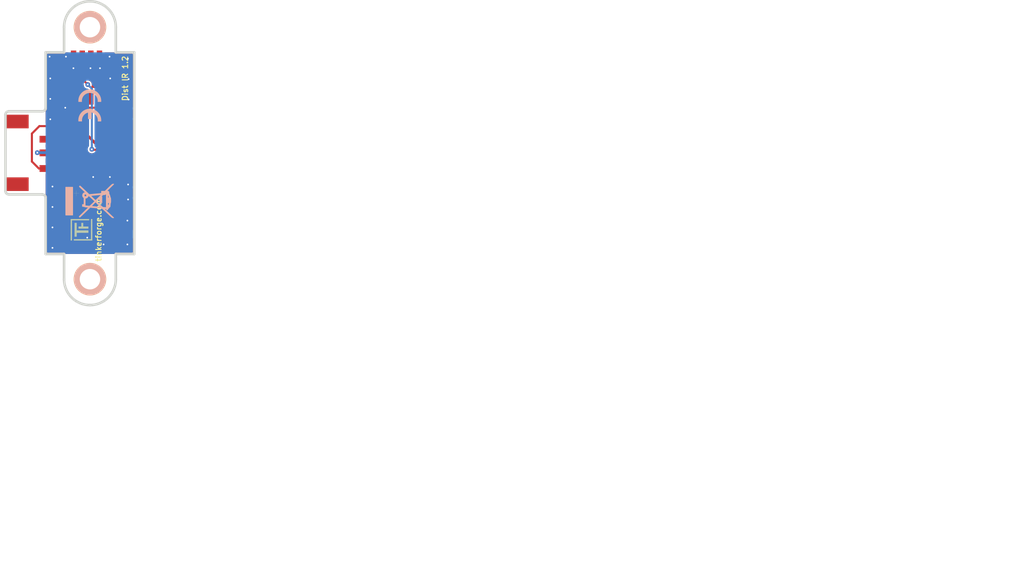
<source format=kicad_pcb>
(kicad_pcb (version 20221018) (generator pcbnew)
  (title_block (title "Dist-IR Bricklet") (date "2016-03-04") (rev "1.2") (company "Tinkerforge GmbH") (comment 1 "Licensed under CERN OHL v.1.1") (comment 2 "Copyright (©) 2016, B.Nordmeyer <bastian@tinkerforge.com>"))
  (layers (0 "F.Cu" jumper "Vorderseite") (31 "B.Cu" signal "Rückseite") (34 "B.Paste" user) (35 "F.Paste" user) (36 "B.SilkS" user "B.Silkscreen") (37 "F.SilkS" user "F.Silkscreen") (38 "B.Mask" user) (39 "F.Mask" user) (44 "Edge.Cuts" user))
  (net 0 "")
  (net 1 "GND")
  (net 2 "IN_1")
  (net 3 "SCL")
  (net 4 "SDA")
  (net 5 "VCC")
  (net 6 "Net-(C2-Pad1)")
  (net 7 "Net-(P1-Pad6)")
  (net 8 "Net-(K1-Pad3)")
  (net 9 "Net-(P1-Pad8)")
  (net 10 "Net-(P1-Pad9)")
  (net 11 "Net-(P1-Pad10)")
  (net 12 "Net-(U1-Pad7)")
  (footprint "kicad-libraries:S3B-PH-SM4" (layer "F.Cu") (at 132.025 101.925 90)
    (fp_text reference "K1")
    (fp_text value "S3B-PH-SM4")
    (pad "" smd rect (at -4.6 1.7 90) (size 2 3.4) (layers "F.Cu" "F.Paste" "F.Mask"))
    (pad "" smd rect (at 4.6 1.7 90) (size 2 3.4) (layers "F.Cu" "F.Paste" "F.Mask"))
    (pad "1" smd rect (at 2 8 90) (size 1 6) (layers "F.Cu" "F.Paste" "F.Mask") (net 6 "Net-(C2-Pad1)"))
    (pad "2" smd rect (at 0 8 90) (size 1 6) (layers "F.Cu" "F.Paste" "F.Mask") (net 1 "GND"))
    (pad "3" smd rect (at -2.3 8 90) (size 1 6) (layers "F.Cu" "F.Paste" "F.Mask") (net 8 "Net-(K1-Pad3)"))
  )
  (footprint "kicad-libraries:SO-8" (layer "F.Cu") (at 143.92148 90.87358 180)
    (fp_text reference "U1")
    (fp_text value "M24C64")
    (pad "1" smd rect (at -1.90246 2.86766) (size 0.79756 2.19964) (layers "F.Cu" "F.Paste" "F.Mask") (net 1 "GND"))
    (pad "2" smd rect (at -0.63246 2.86766) (size 0.79756 2.19964) (layers "F.Cu" "F.Paste" "F.Mask") (net 1 "GND"))
    (pad "3" smd rect (at 0.63246 2.86766) (size 0.79756 2.19964) (layers "F.Cu" "F.Paste" "F.Mask") (net 7 "Net-(P1-Pad6)"))
    (pad "4" smd rect (at 1.90246 2.86766) (size 0.79756 2.19964) (layers "F.Cu" "F.Paste" "F.Mask") (net 1 "GND"))
    (pad "5" smd rect (at 1.90246 -2.86766 180) (size 0.79756 2.19964) (layers "F.Cu" "F.Paste" "F.Mask") (net 4 "SDA"))
    (pad "6" smd rect (at 0.63246 -2.86766 180) (size 0.79756 2.19964) (layers "F.Cu" "F.Paste" "F.Mask") (net 3 "SCL"))
    (pad "7" smd rect (at -0.63246 -2.86766 180) (size 0.79756 2.19964) (layers "F.Cu" "F.Paste" "F.Mask") (net 12 "Net-(U1-Pad7)"))
    (pad "8" smd rect (at -1.90246 -2.86766 180) (size 0.79756 2.19964) (layers "F.Cu" "F.Paste" "F.Mask") (net 5 "VCC"))
  )
  (footprint "kicad-libraries:Logo_31x31" (layer "F.Cu") (at 141.6 114.8 90)
    (fp_text reference "Ref**" hide)
    (fp_text value "Val**" hide)
  )
  (footprint "kicad-libraries:Fiducial_Mark" (layer "F.Cu") (at 139.42822 89.37498)
    (fp_text reference "Fiducial_Mark" hide)
    (fp_text value "VAL**" hide)
    (pad "1" smd circle (at 0 0) (size 1.00076 1.00076) (layers "F.Cu" "F.Paste" "F.Mask") (clearance 0.65024))
  )
  (footprint "kicad-libraries:Fiducial_Mark" (layer "F.Cu") (at 149.52726 113.87582)
    (fp_text reference "Fiducial_Mark" hide)
    (fp_text value "VAL**" hide)
    (pad "1" smd circle (at 0 0) (size 1.00076 1.00076) (layers "F.Cu" "F.Paste" "F.Mask") (clearance 0.65024))
  )
  (footprint "kicad-libraries:C0603E" (layer "F.Cu") (at 147.4 92.9 -90)
    (fp_text reference "C1")
    (fp_text value "100nF")
    (pad "1" smd rect (at -0.8501 0 270) (size 1.1 1) (layers "F.Cu" "F.Paste" "F.Mask") (net 1 "GND"))
    (pad "2" smd rect (at 0.8501 0 270) (size 1.1 1) (layers "F.Cu" "F.Paste" "F.Mask") (net 5 "VCC"))
  )
  (footprint "kicad-libraries:3528-21" (layer "F.Cu") (at 142.42796 109.27334 -90)
    (fp_text reference "C2")
    (fp_text value "100µF/10V")
    (pad "1" smd rect (at -1.40048 0 270) (size 1.59954 2.79908) (layers "F.Cu" "F.Paste" "F.Mask") (net 6 "Net-(C2-Pad1)") (clearance 0.14986))
    (pad "2" smd rect (at 1.40048 0 270) (size 1.59954 2.79908) (layers "F.Cu" "F.Paste" "F.Mask") (net 1 "GND") (clearance 0.14986))
  )
  (footprint "kicad-libraries:CON-SENSOR" (layer "F.Cu") (at 150.92172 101.97338 90)
    (fp_text reference "P1")
    (fp_text value "CON-SENSOR")
    (pad "1" smd rect (at -4.50088 -4.7752 90) (size 0.59944 1.5494) (layers "F.Cu" "F.Paste" "F.Mask") (net 6 "Net-(C2-Pad1)"))
    (pad "2" smd rect (at -3.50012 -4.7752 90) (size 0.59944 1.5494) (layers "F.Cu" "F.Paste" "F.Mask") (net 1 "GND"))
    (pad "3" smd rect (at -2.49936 -4.7752 90) (size 0.59944 1.5494) (layers "F.Cu" "F.Paste" "F.Mask") (net 5 "VCC"))
    (pad "4" smd rect (at -1.50114 -4.7752 90) (size 0.59944 1.5494) (layers "F.Cu" "F.Paste" "F.Mask") (net 3 "SCL"))
    (pad "5" smd rect (at -0.50038 -4.7752 90) (size 0.59944 1.5494) (layers "F.Cu" "F.Paste" "F.Mask") (net 4 "SDA"))
    (pad "6" smd rect (at 0.50038 -4.7752 90) (size 0.59944 1.5494) (layers "F.Cu" "F.Paste" "F.Mask") (net 7 "Net-(P1-Pad6)"))
    (pad "7" smd rect (at 1.50114 -4.7752 90) (size 0.59944 1.5494) (layers "F.Cu" "F.Paste" "F.Mask") (net 2 "IN_1"))
    (pad "8" smd rect (at 2.49936 -4.7752 90) (size 0.59944 1.5494) (layers "F.Cu" "F.Paste" "F.Mask") (net 9 "Net-(P1-Pad8)"))
    (pad "9" smd rect (at 3.50012 -4.7752 90) (size 0.59944 1.5494) (layers "F.Cu" "F.Paste" "F.Mask") (net 10 "Net-(P1-Pad9)"))
    (pad "10" smd rect (at 4.50088 -4.7752 90) (size 0.59944 1.5494) (layers "F.Cu" "F.Paste" "F.Mask") (net 11 "Net-(P1-Pad10)"))
    (pad "EP" smd rect (at -5.79882 -0.89916 90) (size 1.19888 1.80086) (layers "F.Cu" "F.Paste" "F.Mask") (net 1 "GND"))
    (pad "EP" smd rect (at 5.79882 -0.89916 90) (size 1.19888 1.80086) (layers "F.Cu" "F.Paste" "F.Mask") (net 1 "GND"))
  )
  (footprint "kicad-libraries:R0603E" (layer "F.Cu") (at 141.7 96.4 180)
    (fp_text reference "R1")
    (fp_text value "DNP")
    (pad "1" smd rect (at -0.8501 0 180) (size 1.1 1) (layers "F.Cu" "F.Paste" "F.Mask") (net 2 "IN_1"))
    (pad "2" smd rect (at 0.8501 0 180) (size 1.1 1) (layers "F.Cu" "F.Paste" "F.Mask") (net 1 "GND"))
  )
  (footprint "kicad-libraries:R0603E" (layer "F.Cu") (at 141.7 98)
    (fp_text reference "R2")
    (fp_text value "1k")
    (pad "1" smd rect (at -0.8501 0) (size 1.1 1) (layers "F.Cu" "F.Paste" "F.Mask") (net 8 "Net-(K1-Pad3)"))
    (pad "2" smd rect (at 0.8501 0) (size 1.1 1) (layers "F.Cu" "F.Paste" "F.Mask") (net 2 "IN_1"))
  )
  (footprint "kicad-libraries:DRILL_NP" (layer "F.Cu") (at 144.425 120.475)
    (fp_text reference "U2" hide)
    (fp_text value "DRILL" hide)
    (pad "" np_thru_hole circle (at 0 0) (size 2.99974 2.99974) (drill 2.99974) (layers "*.Cu" "*.Mask" "F.SilkS") (clearance 0.89916))
  )
  (footprint "kicad-libraries:DRILL_NP" (layer "F.Cu") (at 144.425 83.475)
    (fp_text reference "U3" hide)
    (fp_text value "DRILL" hide)
    (pad "" np_thru_hole circle (at 0 0) (size 2.99974 2.99974) (drill 2.99974) (layers "*.Cu" "*.Mask" "F.SilkS") (clearance 0.89916))
  )
  (footprint "kicad-libraries:WEEE_7mm" (layer "B.Cu") (at 144.4 109 90)
    (fp_text reference "VAL" hide)
    (fp_text value "WEEE_7mm" hide)
  )
  (footprint "kicad-libraries:CE_5mm" (layer "B.Cu") (at 144.4 95 -90)
    (fp_text reference "VAL" hide)
    (fp_text value "CE_5mm" hide)
  )
  (gr_line (start 132.025 96.325) (end 132.025 107.525) (stroke (width 0.381)) (layer "Edge.Cuts"))
  (gr_arc (start 137.925 95.375) (mid 137.743198 95.713909) (end 137.375 95.825) (stroke (width 0.381)) (layer "Edge.Cuts"))
  (gr_line (start 137.925 116.775) (end 137.925 108.525) (stroke (width 0.381)) (layer "Edge.Cuts"))
  (gr_line (start 137.925 87.175) (end 137.925 95.375) (stroke (width 0.381)) (layer "Edge.Cuts"))
  (gr_arc (start 140.625 83.475) (mid 141.737994 80.787994) (end 144.425 79.675) (stroke (width 0.381)) (layer "Edge.Cuts"))
  (gr_line (start 150.925 87.175) (end 148.225 87.175) (stroke (width 0.381)) (layer "Edge.Cuts"))
  (gr_arc (start 132.525 108.025) (mid 132.171447 107.878553) (end 132.025 107.525) (stroke (width 0.381)) (layer "Edge.Cuts"))
  (gr_line (start 140.625 120.475) (end 140.625 116.775) (stroke (width 0.381)) (layer "Edge.Cuts"))
  (gr_line (start 140.625 87.175) (end 137.925 87.175) (stroke (width 0.381)) (layer "Edge.Cuts"))
  (gr_line (start 148.225 120.475) (end 148.225 116.775) (stroke (width 0.381)) (layer "Edge.Cuts"))
  (gr_arc (start 132.025 96.325) (mid 132.171447 95.971447) (end 132.525 95.825) (stroke (width 0.381)) (layer "Edge.Cuts"))
  (gr_line (start 137.375 95.825) (end 132.525 95.825) (stroke (width 0.381)) (layer "Edge.Cuts"))
  (gr_arc (start 137.425 108.025) (mid 137.778553 108.171447) (end 137.925 108.525) (stroke (width 0.381)) (layer "Edge.Cuts"))
  (gr_line (start 148.225 116.775) (end 150.925 116.775) (stroke (width 0.381)) (layer "Edge.Cuts"))
  (gr_line (start 137.925 116.775) (end 140.625 116.775) (stroke (width 0.381)) (layer "Edge.Cuts"))
  (gr_line (start 137.425 108.025) (end 132.525 108.025) (stroke (width 0.381)) (layer "Edge.Cuts"))
  (gr_line (start 150.925 116.775) (end 150.925 87.175) (stroke (width 0.381)) (layer "Edge.Cuts"))
  (gr_line (start 148.225 87.175) (end 148.225 83.475) (stroke (width 0.381)) (layer "Edge.Cuts"))
  (gr_arc (start 144.425 79.675) (mid 147.112006 80.787994) (end 148.225 83.475) (stroke (width 0.381)) (layer "Edge.Cuts"))
  (gr_arc (start 148.225 120.475) (mid 147.112006 123.162006) (end 144.425 124.275) (stroke (width 0.381)) (layer "Edge.Cuts"))
  (gr_line (start 140.625 83.475) (end 140.625 87.175) (stroke (width 0.381)) (layer "Edge.Cuts"))
  (gr_arc (start 144.425 124.275) (mid 141.737994 123.162006) (end 140.625 120.475) (stroke (width 0.381)) (layer "Edge.Cuts"))
  (gr_text "tinkerforge.com" (at 145.7 113.2 90) (layer "F.SilkS") (effects (font (size 0.8001 0.8001) (thickness 0.14986))))
  (gr_text "Dist IR 1.2" (at 149.6 91 90) (layer "F.SilkS") (effects (font (size 0.8 0.8) (thickness 0.14986))))
  (segment (start 140.8499 95.3499) (end 140.8 95.3) (width 0.39878) (layer "F.Cu") (net 1))
  (segment (start 142.01902 89.48098) (end 142 89.5) (width 0.29972) (layer "F.Cu") (net 1))
  (segment (start 140.9 87.8) (end 138.5 87.8) (width 0.29972) (layer "F.Cu") (net 1))
  (segment (start 144.55394 89.44606) (end 144.5 89.5) (width 0.29972) (layer "F.Cu") (net 1))
  (segment (start 145.82394 89.42394) (end 145.9 89.5) (width 0.29972) (layer "F.Cu") (net 1))
  (segment (start 138.6 91) (end 138.6 94) (width 0.29972) (layer "F.Cu") (net 1))
  (segment (start 147.3 87.8) (end 147.6 88.1) (width 0.29972) (layer "F.Cu") (net 1))
  (segment (start 147.6 88.1) (end 150 88.1) (width 0.29972) (layer "F.Cu") (net 1))
  (segment (start 150.1 91.1) (end 150.1 94.1) (width 0.29972) (layer "F.Cu") (net 1))
  (segment (start 136.7 101.9) (end 136.725 101.925) (width 0.29972) (layer "F.Cu") (net 1))
  (segment (start 136.725 101.925) (end 140.025 101.925) (width 0.39878) (layer "F.Cu") (net 1))
  (segment (start 147.4 92.0499) (end 147.4 91) (width 0.29972) (layer "F.Cu") (net 1))
  (segment (start 142.42288 114.34826) (end 143.99768 114.34826) (width 0.29972) (layer "F.Cu") (net 1))
  (segment (start 150.02256 107.7722) (end 150.02256 108.77296) (width 0.29972) (layer "F.Cu") (net 1))
  (segment (start 146.14652 105.4735) (end 147.35048 105.4735) (width 0.29972) (layer "F.Cu") (net 1))
  (segment (start 150.02256 111.27486) (end 149.9235 111.87176) (width 0.29972) (layer "F.Cu") (net 1))
  (segment (start 142.01902 88.00592) (end 142.01902 89.48098) (width 0.29972) (layer "F.Cu") (net 1))
  (segment (start 144.55394 88.00592) (end 144.55394 89.44606) (width 0.29972) (layer "F.Cu") (net 1))
  (segment (start 140.44676 114.34826) (end 138.92276 115.87226) (width 0.29972) (layer "F.Cu") (net 1))
  (segment (start 150.02256 106.57586) (end 150.02256 107.7722) (width 0.29972) (layer "F.Cu") (net 1))
  (segment (start 143.99768 114.34826) (end 144.02308 114.37366) (width 0.29972) (layer "F.Cu") (net 1))
  (segment (start 140.8499 96.4) (end 140.8499 95.3499) (width 0.39878) (layer "F.Cu") (net 1))
  (segment (start 150.02256 108.77296) (end 150.02256 111.27486) (width 0.29972) (layer "F.Cu") (net 1))
  (segment (start 146.14652 105.4735) (end 144.90192 105.4735) (width 0.29972) (layer "F.Cu") (net 1))
  (segment (start 145.82394 88.00592) (end 145.82394 89.42394) (width 0.29972) (layer "F.Cu") (net 1))
  (segment (start 138.92276 112.87252) (end 138.92276 109.87278) (width 0.29972) (layer "F.Cu") (net 1))
  (segment (start 142.42796 110.57382) (end 142.42796 112.77854) (width 0.29972) (layer "F.Cu") (net 1))
  (segment (start 142.42288 114.34826) (end 140.44676 114.34826) (width 0.29972) (layer "F.Cu") (net 1))
  (segment (start 149.9235 115.37188) (end 146.42338 115.37188) (width 0.29972) (layer "F.Cu") (net 1))
  (segment (start 142.42796 112.77854) (end 144.02308 114.37366) (width 0.29972) (layer "F.Cu") (net 1))
  (segment (start 150.0251 106.57332) (end 150.02256 106.57586) (width 0.29972) (layer "F.Cu") (net 1))
  (via (at 138.92276 109.87278) (size 0.70104) (drill 0.24892) (layers "F.Cu" "B.Cu") (net 1))
  (via (at 138.92276 112.87252) (size 0.70104) (drill 0.24892) (layers "F.Cu" "B.Cu") (net 1))
  (via (at 150.0251 106.57332) (size 0.70104) (drill 0.24892) (layers "F.Cu" "B.Cu") (net 1))
  (via (at 146.42338 115.37188) (size 0.70104) (drill 0.24892) (layers "F.Cu" "B.Cu") (net 1))
  (via (at 149.9235 115.37188) (size 0.70104) (drill 0.24892) (layers "F.Cu" "B.Cu") (net 1))
  (via (at 140.9 87.8) (size 0.70104) (drill 0.24892) (layers "F.Cu" "B.Cu") (net 1))
  (via (at 150 88.1) (size 0.70104) (drill 0.24892) (layers "F.Cu" "B.Cu") (net 1))
  (via (at 147.4 91) (size 0.70104) (drill 0.24892) (layers "F.Cu" "B.Cu") (net 1))
  (via (at 147.3 87.8) (size 0.70104) (drill 0.24892) (layers "F.Cu" "B.Cu") (net 1))
  (via (at 144.02308 114.37366) (size 0.70104) (drill 0.24892) (layers "F.Cu" "B.Cu") (net 1))
  (via (at 136.7 101.9) (size 0.70104) (drill 0.24892) (layers "F.Cu" "B.Cu") (net 1))
  (via (at 150.02256 108.77296) (size 0.70104) (drill 0.24892) (layers "F.Cu" "B.Cu") (net 1))
  (via (at 138.92276 115.87226) (size 0.70104) (drill 0.24892) (layers "F.Cu" "B.Cu") (net 1))
  (via (at 142 89.5) (size 0.70104) (drill 0.24892) (layers "F.Cu" "B.Cu") (net 1))
  (via (at 138.6 94) (size 0.70104) (drill 0.24892) (layers "F.Cu" "B.Cu") (net 1))
  (via (at 144.5 89.5) (size 0.70104) (drill 0.24892) (layers "F.Cu" "B.Cu") (net 1))
  (via (at 150.1 94.1) (size 0.70104) (drill 0.24892) (layers "F.Cu" "B.Cu") (net 1))
  (via (at 138.6 97) (size 0.70104) (drill 0.24892) (layers "F.Cu" "B.Cu") (net 1))
  (via (at 145.9 89.5) (size 0.70104) (drill 0.24892) (layers "F.Cu" "B.Cu") (net 1))
  (via (at 138.92276 106.87304) (size 0.70104) (drill 0.24892) (layers "F.Cu" "B.Cu") (net 1))
  (via (at 150.1 91.1) (size 0.70104) (drill 0.24892) (layers "F.Cu" "B.Cu") (net 1))
  (via (at 144.90192 105.4735) (size 0.70104) (drill 0.24892) (layers "F.Cu" "B.Cu") (net 1))
  (via (at 138.5 87.8) (size 0.70104) (drill 0.24892) (layers "F.Cu" "B.Cu") (net 1))
  (via (at 140.8 95.3) (size 0.70104) (drill 0.24892) (layers "F.Cu" "B.Cu") (net 1))
  (via (at 147.35048 105.4735) (size 0.70104) (drill 0.24892) (layers "F.Cu" "B.Cu") (net 1))
  (via (at 138.6 91) (size 0.70104) (drill 0.24892) (layers "F.Cu" "B.Cu") (net 1))
  (via (at 149.9235 111.87176) (size 0.70104) (drill 0.24892) (layers "F.Cu" "B.Cu") (net 1))
  (segment (start 142 89.5) (end 140.9 88.4) (width 0.29972) (layer "B.Cu") (net 1))
  (segment (start 140.9 88.4) (end 140.9 87.8) (width 0.29972) (layer "B.Cu") (net 1))
  (segment (start 142 89.7) (end 140.7 91) (width 0.29972) (layer "B.Cu") (net 1))
  (segment (start 140.7 91) (end 138.6 91) (width 0.29972) (layer "B.Cu") (net 1))
  (segment (start 138.6 94) (end 138.6 97) (width 0.29972) (layer "B.Cu") (net 1))
  (segment (start 147.4 87.9) (end 147.3 87.8) (width 0.29972) (layer "B.Cu") (net 1))
  (segment (start 150 88.1) (end 150.1 88.2) (width 0.29972) (layer "B.Cu") (net 1))
  (segment (start 150.1 88.2) (end 150.1 91.1) (width 0.29972) (layer "B.Cu") (net 1))
  (segment (start 138.6 101.5) (end 138.2 101.9) (width 0.29972) (layer "B.Cu") (net 1))
  (segment (start 138.2 101.9) (end 136.7 101.9) (width 0.39878) (layer "B.Cu") (net 1))
  (segment (start 142 89.5) (end 142 89.7) (width 0.29972) (layer "B.Cu") (net 1))
  (segment (start 147.4 91) (end 147.4 87.9) (width 0.29972) (layer "B.Cu") (net 1))
  (segment (start 147.35048 105.4735) (end 148.4503 106.57332) (width 0.29972) (layer "B.Cu") (net 1))
  (segment (start 148.4503 106.57332) (end 150.0251 106.57332) (width 0.29972) (layer "B.Cu") (net 1))
  (segment (start 138.6 97) (end 138.6 101.5) (width 0.29972) (layer "B.Cu") (net 1))
  (segment (start 150.02256 108.77296) (end 149.9235 108.87202) (width 0.29972) (layer "B.Cu") (net 1))
  (segment (start 149.9235 111.87176) (end 149.9235 115.37188) (width 0.29972) (layer "B.Cu") (net 1))
  (segment (start 149.9235 108.87202) (end 145.02384 108.87202) (width 0.29972) (layer "B.Cu") (net 1))
  (segment (start 138.92276 109.87278) (end 138.92276 106.87304) (width 0.29972) (layer "B.Cu") (net 1))
  (segment (start 145.02384 113.3729) (end 145.02384 108.87202) (width 0.29972) (layer "B.Cu") (net 1))
  (segment (start 138.92276 115.87226) (end 138.92276 112.87252) (width 0.29972) (layer "B.Cu") (net 1))
  (segment (start 144.02308 114.37366) (end 145.02384 113.3729) (width 0.29972) (layer "B.Cu") (net 1))
  (segment (start 142.6 97.9501) (end 142.5501 98) (width 0.29972) (layer "F.Cu") (net 2))
  (segment (start 145.17224 100.47224) (end 144 99.3) (width 0.39878) (layer "F.Cu") (net 2))
  (segment (start 144 99.3) (end 144 98.5) (width 0.39878) (layer "F.Cu") (net 2))
  (segment (start 144 98.5) (end 143.5 98) (width 0.39878) (layer "F.Cu") (net 2))
  (segment (start 143.5 98) (end 142.5501 98) (width 0.39878) (layer "F.Cu") (net 2))
  (segment (start 142.5501 96.4) (end 142.5501 98) (width 0.39878) (layer "F.Cu") (net 2))
  (segment (start 146.14652 100.47224) (end 145.17224 100.47224) (width 0.39878) (layer "F.Cu") (net 2))
  (segment (start 143.28902 94.48902) (end 144.099618 95.299618) (width 0.29972) (layer "F.Cu") (net 3))
  (segment (start 144.099618 95.299618) (end 146.599618 95.299618) (width 0.29972) (layer "F.Cu") (net 3))
  (segment (start 146.599618 95.299618) (end 148 96.7) (width 0.29972) (layer "F.Cu") (net 3))
  (segment (start 148 96.7) (end 148 102.9) (width 0.29972) (layer "F.Cu") (net 3))
  (segment (start 148 102.9) (end 147.42548 103.47452) (width 0.29972) (layer "F.Cu") (net 3))
  (segment (start 147.42548 103.47452) (end 146.14652 103.47452) (width 0.29972) (layer "F.Cu") (net 3))
  (segment (start 143.28902 93.74124) (end 143.28902 94.48902) (width 0.29972) (layer "F.Cu") (net 3))
  (segment (start 147.32624 102.47376) (end 147.4 102.4) (width 0.29972) (layer "F.Cu") (net 4))
  (segment (start 147.4 102.4) (end 147.4 96.9) (width 0.29972) (layer "F.Cu") (net 4))
  (segment (start 147.4 96.9) (end 146.3 95.8) (width 0.29972) (layer "F.Cu") (net 4))
  (segment (start 146.3 95.8) (end 143.7 95.8) (width 0.29972) (layer "F.Cu") (net 4))
  (segment (start 143.7 95.8) (end 143.2 95.3) (width 0.29972) (layer "F.Cu") (net 4))
  (segment (start 143.2 95.3) (end 142.3 95.3) (width 0.29972) (layer "F.Cu") (net 4))
  (segment (start 142.3 95.3) (end 142.01902 95.01902) (width 0.29972) (layer "F.Cu") (net 4))
  (segment (start 142.01902 95.01902) (end 142.01902 93.74124) (width 0.29972) (layer "F.Cu") (net 4))
  (segment (start 146.14652 102.47376) (end 147.32624 102.47376) (width 0.29972) (layer "F.Cu") (net 4))
  (segment (start 147.4 95.1) (end 148.7 96.4) (width 0.29972) (layer "F.Cu") (net 5))
  (segment (start 148.7 96.4) (end 148.7 103.2) (width 0.29972) (layer "F.Cu") (net 5))
  (segment (start 148.7 103.2) (end 147.42726 104.47274) (width 0.29972) (layer "F.Cu") (net 5))
  (segment (start 147.42726 104.47274) (end 146.14652 104.47274) (width 0.29972) (layer "F.Cu") (net 5))
  (segment (start 145.8328 93.7501) (end 145.82394 93.74124) (width 0.29972) (layer "F.Cu") (net 5))
  (segment (start 147.4 93.7501) (end 147.4 95.1) (width 0.29972) (layer "F.Cu") (net 5))
  (segment (start 147.4 93.7501) (end 145.8328 93.7501) (width 0.29972) (layer "F.Cu") (net 5))
  (segment (start 142.42796 107.42796) (end 142.42796 107.97286) (width 0.39878) (layer "F.Cu") (net 6))
  (segment (start 144.82574 106.47426) (end 144.5 106.8) (width 0.39878) (layer "F.Cu") (net 6))
  (segment (start 144.5 106.8) (end 144.5 107.2) (width 0.39878) (layer "F.Cu") (net 6))
  (segment (start 144.5 107.2) (end 143.72714 107.97286) (width 0.39878) (layer "F.Cu") (net 6))
  (segment (start 143.72714 107.97286) (end 142.42796 107.97286) (width 0.39878) (layer "F.Cu") (net 6))
  (segment (start 142.42796 107.07204) (end 143.7 105.8) (width 0.29972) (layer "F.Cu") (net 6))
  (segment (start 143.7 105.8) (end 143.7 100.6) (width 0.29972) (layer "F.Cu") (net 6))
  (segment (start 143.7 100.6) (end 143.025 99.925) (width 0.29972) (layer "F.Cu") (net 6))
  (segment (start 143.025 99.925) (end 140.025 99.925) (width 0.29972) (layer "F.Cu") (net 6))
  (segment (start 146.14652 106.47426) (end 144.82574 106.47426) (width 0.39878) (layer "F.Cu") (net 6))
  (segment (start 140.025 99.925) (end 140.075 99.925) (width 0.29972) (layer "F.Cu") (net 6))
  (segment (start 142.42796 107.97286) (end 142.42796 107.07204) (width 0.29972) (layer "F.Cu") (net 6))
  (segment (start 143.28902 91.08902) (end 144.1 91.9) (width 0.29972) (layer "F.Cu") (net 7))
  (segment (start 144.7 101.4) (end 144.773 101.473) (width 0.29972) (layer "F.Cu") (net 7))
  (segment (start 144.773 101.473) (end 146.14652 101.473) (width 0.29972) (layer "F.Cu") (net 7))
  (segment (start 143.28902 88.00592) (end 143.28902 91.08902) (width 0.29972) (layer "F.Cu") (net 7))
  (via (at 144.1 91.9) (size 0.70104) (drill 0.24892) (layers "F.Cu" "B.Cu") (net 7))
  (via (at 144.7 101.4) (size 0.70104) (drill 0.24892) (layers "F.Cu" "B.Cu") (net 7))
  (segment (start 144.1 91.9) (end 144.7 92.5) (width 0.29972) (layer "B.Cu") (net 7))
  (segment (start 144.7 92.5) (end 144.7 101.4) (width 0.29972) (layer "B.Cu") (net 7))
  (segment (start 136.925 104.225) (end 135.9 103.2) (width 0.29972) (layer "F.Cu") (net 8))
  (segment (start 135.9 103.2) (end 135.9 99.1) (width 0.29972) (layer "F.Cu") (net 8))
  (segment (start 135.9 99.1) (end 137 98) (width 0.29972) (layer "F.Cu") (net 8))
  (segment (start 137 98) (end 140.8499 98) (width 0.29972) (layer "F.Cu") (net 8))
  (segment (start 140.025 104.225) (end 136.925 104.225) (width 0.29972) (layer "F.Cu") (net 8))
  (zone (net 1) (net_name "GND") (layer "F.Cu") (connect_pads (clearance 0.24892)) (min_thickness 0.24892) (fill yes (thermal_gap 0.29972) (thermal_bridge_width 0.29972))
    (polygon (pts (xy 150.91918 116.77396) (xy 150.91918 87.1728) (xy 137.91946 87.1728) (xy 137.91946 116.77396)))
  )
  (zone (net 1) (net_name "GND") (layer "B.Cu") (connect_pads (clearance 0.24892)) (min_thickness 0.24892) (fill yes (thermal_gap 0.29972) (thermal_bridge_width 0.29972))
    (polygon (pts (xy 150.91918 116.77396) (xy 150.91918 87.1728) (xy 137.91946 87.1728) (xy 137.91946 116.77396)))
  )
)
</source>
